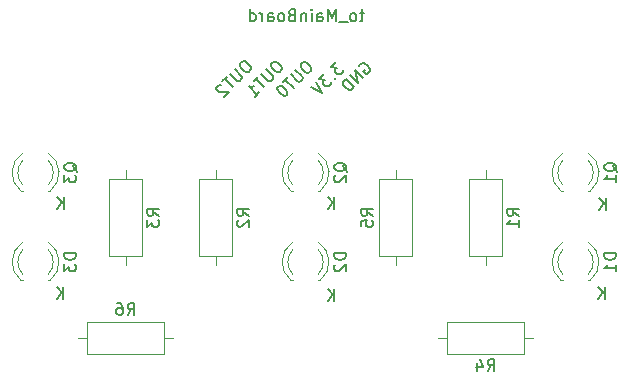
<source format=gbo>
%TF.GenerationSoftware,KiCad,Pcbnew,(6.0.11)*%
%TF.CreationDate,2023-04-21T23:53:04+09:00*%
%TF.ProjectId,line_board,6c696e65-5f62-46f6-9172-642e6b696361,rev?*%
%TF.SameCoordinates,Original*%
%TF.FileFunction,Legend,Bot*%
%TF.FilePolarity,Positive*%
%FSLAX46Y46*%
G04 Gerber Fmt 4.6, Leading zero omitted, Abs format (unit mm)*
G04 Created by KiCad (PCBNEW (6.0.11)) date 2023-04-21 23:53:04*
%MOMM*%
%LPD*%
G01*
G04 APERTURE LIST*
%ADD10C,0.150000*%
%ADD11C,0.120000*%
G04 APERTURE END LIST*
D10*
X198301904Y-104432380D02*
X198301904Y-103432380D01*
X197730476Y-104432380D02*
X198159047Y-103860952D01*
X197730476Y-103432380D02*
X198301904Y-104003809D01*
X198391904Y-96902380D02*
X198391904Y-95902380D01*
X197820476Y-96902380D02*
X198249047Y-96330952D01*
X197820476Y-95902380D02*
X198391904Y-96473809D01*
X175411904Y-96822380D02*
X175411904Y-95822380D01*
X174840476Y-96822380D02*
X175269047Y-96250952D01*
X174840476Y-95822380D02*
X175411904Y-96393809D01*
X175401904Y-104562380D02*
X175401904Y-103562380D01*
X174830476Y-104562380D02*
X175259047Y-103990952D01*
X174830476Y-103562380D02*
X175401904Y-104133809D01*
X152451904Y-104422380D02*
X152451904Y-103422380D01*
X151880476Y-104422380D02*
X152309047Y-103850952D01*
X151880476Y-103422380D02*
X152451904Y-103993809D01*
X152501904Y-96792380D02*
X152501904Y-95792380D01*
X151930476Y-96792380D02*
X152359047Y-96220952D01*
X151930476Y-95792380D02*
X152501904Y-96363809D01*
X167566599Y-84348950D02*
X167431912Y-84483637D01*
X167398240Y-84584652D01*
X167398240Y-84719339D01*
X167499255Y-84887698D01*
X167734957Y-85123400D01*
X167903316Y-85224416D01*
X168038003Y-85224416D01*
X168139018Y-85190744D01*
X168273705Y-85056057D01*
X168307377Y-84955042D01*
X168307377Y-84820355D01*
X168206362Y-84651996D01*
X167970660Y-84416294D01*
X167802301Y-84315278D01*
X167667614Y-84315278D01*
X167566599Y-84348950D01*
X166960507Y-84955042D02*
X167532927Y-85527461D01*
X167566599Y-85628477D01*
X167566599Y-85695820D01*
X167532927Y-85796835D01*
X167398240Y-85931522D01*
X167297225Y-85965194D01*
X167229881Y-85965194D01*
X167128866Y-85931522D01*
X166556446Y-85359103D01*
X166320744Y-85594805D02*
X165916683Y-85998866D01*
X166825820Y-86503942D02*
X166118713Y-85796835D01*
X165781996Y-86268240D02*
X165714652Y-86268240D01*
X165613637Y-86301912D01*
X165445278Y-86470270D01*
X165411607Y-86571286D01*
X165411607Y-86638629D01*
X165445278Y-86739644D01*
X165512622Y-86806988D01*
X165647309Y-86874331D01*
X166455431Y-86874331D01*
X166017698Y-87312064D01*
X170206599Y-84358950D02*
X170071912Y-84493637D01*
X170038240Y-84594652D01*
X170038240Y-84729339D01*
X170139255Y-84897698D01*
X170374957Y-85133400D01*
X170543316Y-85234416D01*
X170678003Y-85234416D01*
X170779018Y-85200744D01*
X170913705Y-85066057D01*
X170947377Y-84965042D01*
X170947377Y-84830355D01*
X170846362Y-84661996D01*
X170610660Y-84426294D01*
X170442301Y-84325278D01*
X170307614Y-84325278D01*
X170206599Y-84358950D01*
X169600507Y-84965042D02*
X170172927Y-85537461D01*
X170206599Y-85638477D01*
X170206599Y-85705820D01*
X170172927Y-85806835D01*
X170038240Y-85941522D01*
X169937225Y-85975194D01*
X169869881Y-85975194D01*
X169768866Y-85941522D01*
X169196446Y-85369103D01*
X168960744Y-85604805D02*
X168556683Y-86008866D01*
X169465820Y-86513942D02*
X168758713Y-85806835D01*
X168657698Y-87322064D02*
X169061759Y-86918003D01*
X168859729Y-87120034D02*
X168152622Y-86412927D01*
X168320981Y-86446599D01*
X168455668Y-86446599D01*
X168556683Y-86412927D01*
X172706599Y-84398950D02*
X172571912Y-84533637D01*
X172538240Y-84634652D01*
X172538240Y-84769339D01*
X172639255Y-84937698D01*
X172874957Y-85173400D01*
X173043316Y-85274416D01*
X173178003Y-85274416D01*
X173279018Y-85240744D01*
X173413705Y-85106057D01*
X173447377Y-85005042D01*
X173447377Y-84870355D01*
X173346362Y-84701996D01*
X173110660Y-84466294D01*
X172942301Y-84365278D01*
X172807614Y-84365278D01*
X172706599Y-84398950D01*
X172100507Y-85005042D02*
X172672927Y-85577461D01*
X172706599Y-85678477D01*
X172706599Y-85745820D01*
X172672927Y-85846835D01*
X172538240Y-85981522D01*
X172437225Y-86015194D01*
X172369881Y-86015194D01*
X172268866Y-85981522D01*
X171696446Y-85409103D01*
X171460744Y-85644805D02*
X171056683Y-86048866D01*
X171965820Y-86553942D02*
X171258713Y-85846835D01*
X170686294Y-86419255D02*
X170618950Y-86486599D01*
X170585278Y-86587614D01*
X170585278Y-86654957D01*
X170618950Y-86755973D01*
X170719965Y-86924331D01*
X170888324Y-87092690D01*
X171056683Y-87193705D01*
X171157698Y-87227377D01*
X171225042Y-87227377D01*
X171326057Y-87193705D01*
X171393400Y-87126362D01*
X171427072Y-87025347D01*
X171427072Y-86958003D01*
X171393400Y-86856988D01*
X171292385Y-86688629D01*
X171124026Y-86520270D01*
X170955668Y-86419255D01*
X170854652Y-86385583D01*
X170787309Y-86385583D01*
X170686294Y-86419255D01*
X175516599Y-84368950D02*
X175078866Y-84806683D01*
X175583942Y-84840355D01*
X175482927Y-84941370D01*
X175449255Y-85042385D01*
X175449255Y-85109729D01*
X175482927Y-85210744D01*
X175651286Y-85379103D01*
X175752301Y-85412774D01*
X175819644Y-85412774D01*
X175920660Y-85379103D01*
X176122690Y-85177072D01*
X176156362Y-85076057D01*
X176156362Y-85008713D01*
X175415583Y-85749492D02*
X175415583Y-85816835D01*
X175482927Y-85816835D01*
X175482927Y-85749492D01*
X175415583Y-85749492D01*
X175482927Y-85816835D01*
X174506446Y-85379103D02*
X174068713Y-85816835D01*
X174573790Y-85850507D01*
X174472774Y-85951522D01*
X174439103Y-86052538D01*
X174439103Y-86119881D01*
X174472774Y-86220896D01*
X174641133Y-86389255D01*
X174742148Y-86422927D01*
X174809492Y-86422927D01*
X174910507Y-86389255D01*
X175112538Y-86187225D01*
X175146209Y-86086209D01*
X175146209Y-86018866D01*
X173866683Y-86018866D02*
X174338087Y-86961675D01*
X173395278Y-86490270D01*
X177485194Y-84727698D02*
X177518866Y-84626683D01*
X177619881Y-84525668D01*
X177754568Y-84458324D01*
X177889255Y-84458324D01*
X177990270Y-84491996D01*
X178158629Y-84593011D01*
X178259644Y-84694026D01*
X178360660Y-84862385D01*
X178394331Y-84963400D01*
X178394331Y-85098087D01*
X178326988Y-85232774D01*
X178259644Y-85300118D01*
X178124957Y-85367461D01*
X178057614Y-85367461D01*
X177821912Y-85131759D01*
X177956599Y-84997072D01*
X177821912Y-85737851D02*
X177114805Y-85030744D01*
X177417851Y-86141912D01*
X176710744Y-85434805D01*
X177081133Y-86478629D02*
X176374026Y-85771522D01*
X176205668Y-85939881D01*
X176138324Y-86074568D01*
X176138324Y-86209255D01*
X176171996Y-86310270D01*
X176273011Y-86478629D01*
X176374026Y-86579644D01*
X176542385Y-86680660D01*
X176643400Y-86714331D01*
X176778087Y-86714331D01*
X176912774Y-86646988D01*
X177081133Y-86478629D01*
X177914761Y-80235714D02*
X177533809Y-80235714D01*
X177771904Y-79902380D02*
X177771904Y-80759523D01*
X177724285Y-80854761D01*
X177629047Y-80902380D01*
X177533809Y-80902380D01*
X177057619Y-80902380D02*
X177152857Y-80854761D01*
X177200476Y-80807142D01*
X177248095Y-80711904D01*
X177248095Y-80426190D01*
X177200476Y-80330952D01*
X177152857Y-80283333D01*
X177057619Y-80235714D01*
X176914761Y-80235714D01*
X176819523Y-80283333D01*
X176771904Y-80330952D01*
X176724285Y-80426190D01*
X176724285Y-80711904D01*
X176771904Y-80807142D01*
X176819523Y-80854761D01*
X176914761Y-80902380D01*
X177057619Y-80902380D01*
X176533809Y-80997619D02*
X175771904Y-80997619D01*
X175533809Y-80902380D02*
X175533809Y-79902380D01*
X175200476Y-80616666D01*
X174867142Y-79902380D01*
X174867142Y-80902380D01*
X173962380Y-80902380D02*
X173962380Y-80378571D01*
X174010000Y-80283333D01*
X174105238Y-80235714D01*
X174295714Y-80235714D01*
X174390952Y-80283333D01*
X173962380Y-80854761D02*
X174057619Y-80902380D01*
X174295714Y-80902380D01*
X174390952Y-80854761D01*
X174438571Y-80759523D01*
X174438571Y-80664285D01*
X174390952Y-80569047D01*
X174295714Y-80521428D01*
X174057619Y-80521428D01*
X173962380Y-80473809D01*
X173486190Y-80902380D02*
X173486190Y-80235714D01*
X173486190Y-79902380D02*
X173533809Y-79950000D01*
X173486190Y-79997619D01*
X173438571Y-79950000D01*
X173486190Y-79902380D01*
X173486190Y-79997619D01*
X173010000Y-80235714D02*
X173010000Y-80902380D01*
X173010000Y-80330952D02*
X172962380Y-80283333D01*
X172867142Y-80235714D01*
X172724285Y-80235714D01*
X172629047Y-80283333D01*
X172581428Y-80378571D01*
X172581428Y-80902380D01*
X171771904Y-80378571D02*
X171629047Y-80426190D01*
X171581428Y-80473809D01*
X171533809Y-80569047D01*
X171533809Y-80711904D01*
X171581428Y-80807142D01*
X171629047Y-80854761D01*
X171724285Y-80902380D01*
X172105238Y-80902380D01*
X172105238Y-79902380D01*
X171771904Y-79902380D01*
X171676666Y-79950000D01*
X171629047Y-79997619D01*
X171581428Y-80092857D01*
X171581428Y-80188095D01*
X171629047Y-80283333D01*
X171676666Y-80330952D01*
X171771904Y-80378571D01*
X172105238Y-80378571D01*
X170962380Y-80902380D02*
X171057619Y-80854761D01*
X171105238Y-80807142D01*
X171152857Y-80711904D01*
X171152857Y-80426190D01*
X171105238Y-80330952D01*
X171057619Y-80283333D01*
X170962380Y-80235714D01*
X170819523Y-80235714D01*
X170724285Y-80283333D01*
X170676666Y-80330952D01*
X170629047Y-80426190D01*
X170629047Y-80711904D01*
X170676666Y-80807142D01*
X170724285Y-80854761D01*
X170819523Y-80902380D01*
X170962380Y-80902380D01*
X169771904Y-80902380D02*
X169771904Y-80378571D01*
X169819523Y-80283333D01*
X169914761Y-80235714D01*
X170105238Y-80235714D01*
X170200476Y-80283333D01*
X169771904Y-80854761D02*
X169867142Y-80902380D01*
X170105238Y-80902380D01*
X170200476Y-80854761D01*
X170248095Y-80759523D01*
X170248095Y-80664285D01*
X170200476Y-80569047D01*
X170105238Y-80521428D01*
X169867142Y-80521428D01*
X169771904Y-80473809D01*
X169295714Y-80902380D02*
X169295714Y-80235714D01*
X169295714Y-80426190D02*
X169248095Y-80330952D01*
X169200476Y-80283333D01*
X169105238Y-80235714D01*
X169010000Y-80235714D01*
X168248095Y-80902380D02*
X168248095Y-79902380D01*
X168248095Y-80854761D02*
X168343333Y-80902380D01*
X168533809Y-80902380D01*
X168629047Y-80854761D01*
X168676666Y-80807142D01*
X168724285Y-80711904D01*
X168724285Y-80426190D01*
X168676666Y-80330952D01*
X168629047Y-80283333D01*
X168533809Y-80235714D01*
X168343333Y-80235714D01*
X168248095Y-80283333D01*
%TO.C,D3*%
X153512380Y-100551904D02*
X152512380Y-100551904D01*
X152512380Y-100790000D01*
X152560000Y-100932857D01*
X152655238Y-101028095D01*
X152750476Y-101075714D01*
X152940952Y-101123333D01*
X153083809Y-101123333D01*
X153274285Y-101075714D01*
X153369523Y-101028095D01*
X153464761Y-100932857D01*
X153512380Y-100790000D01*
X153512380Y-100551904D01*
X152512380Y-101456666D02*
X152512380Y-102075714D01*
X152893333Y-101742380D01*
X152893333Y-101885238D01*
X152940952Y-101980476D01*
X152988571Y-102028095D01*
X153083809Y-102075714D01*
X153321904Y-102075714D01*
X153417142Y-102028095D01*
X153464761Y-101980476D01*
X153512380Y-101885238D01*
X153512380Y-101599523D01*
X153464761Y-101504285D01*
X153417142Y-101456666D01*
%TO.C,R3*%
X160542380Y-97373333D02*
X160066190Y-97040000D01*
X160542380Y-96801904D02*
X159542380Y-96801904D01*
X159542380Y-97182857D01*
X159590000Y-97278095D01*
X159637619Y-97325714D01*
X159732857Y-97373333D01*
X159875714Y-97373333D01*
X159970952Y-97325714D01*
X160018571Y-97278095D01*
X160066190Y-97182857D01*
X160066190Y-96801904D01*
X159542380Y-97706666D02*
X159542380Y-98325714D01*
X159923333Y-97992380D01*
X159923333Y-98135238D01*
X159970952Y-98230476D01*
X160018571Y-98278095D01*
X160113809Y-98325714D01*
X160351904Y-98325714D01*
X160447142Y-98278095D01*
X160494761Y-98230476D01*
X160542380Y-98135238D01*
X160542380Y-97849523D01*
X160494761Y-97754285D01*
X160447142Y-97706666D01*
%TO.C,D1*%
X199232380Y-100551904D02*
X198232380Y-100551904D01*
X198232380Y-100790000D01*
X198280000Y-100932857D01*
X198375238Y-101028095D01*
X198470476Y-101075714D01*
X198660952Y-101123333D01*
X198803809Y-101123333D01*
X198994285Y-101075714D01*
X199089523Y-101028095D01*
X199184761Y-100932857D01*
X199232380Y-100790000D01*
X199232380Y-100551904D01*
X199232380Y-102075714D02*
X199232380Y-101504285D01*
X199232380Y-101790000D02*
X198232380Y-101790000D01*
X198375238Y-101694761D01*
X198470476Y-101599523D01*
X198518095Y-101504285D01*
%TO.C,Q3*%
X153607619Y-93634761D02*
X153560000Y-93539523D01*
X153464761Y-93444285D01*
X153321904Y-93301428D01*
X153274285Y-93206190D01*
X153274285Y-93110952D01*
X153512380Y-93158571D02*
X153464761Y-93063333D01*
X153369523Y-92968095D01*
X153179047Y-92920476D01*
X152845714Y-92920476D01*
X152655238Y-92968095D01*
X152560000Y-93063333D01*
X152512380Y-93158571D01*
X152512380Y-93349047D01*
X152560000Y-93444285D01*
X152655238Y-93539523D01*
X152845714Y-93587142D01*
X153179047Y-93587142D01*
X153369523Y-93539523D01*
X153464761Y-93444285D01*
X153512380Y-93349047D01*
X153512380Y-93158571D01*
X152512380Y-93920476D02*
X152512380Y-94539523D01*
X152893333Y-94206190D01*
X152893333Y-94349047D01*
X152940952Y-94444285D01*
X152988571Y-94491904D01*
X153083809Y-94539523D01*
X153321904Y-94539523D01*
X153417142Y-94491904D01*
X153464761Y-94444285D01*
X153512380Y-94349047D01*
X153512380Y-94063333D01*
X153464761Y-93968095D01*
X153417142Y-93920476D01*
%TO.C,R6*%
X157886666Y-105782380D02*
X158220000Y-105306190D01*
X158458095Y-105782380D02*
X158458095Y-104782380D01*
X158077142Y-104782380D01*
X157981904Y-104830000D01*
X157934285Y-104877619D01*
X157886666Y-104972857D01*
X157886666Y-105115714D01*
X157934285Y-105210952D01*
X157981904Y-105258571D01*
X158077142Y-105306190D01*
X158458095Y-105306190D01*
X157029523Y-104782380D02*
X157220000Y-104782380D01*
X157315238Y-104830000D01*
X157362857Y-104877619D01*
X157458095Y-105020476D01*
X157505714Y-105210952D01*
X157505714Y-105591904D01*
X157458095Y-105687142D01*
X157410476Y-105734761D01*
X157315238Y-105782380D01*
X157124761Y-105782380D01*
X157029523Y-105734761D01*
X156981904Y-105687142D01*
X156934285Y-105591904D01*
X156934285Y-105353809D01*
X156981904Y-105258571D01*
X157029523Y-105210952D01*
X157124761Y-105163333D01*
X157315238Y-105163333D01*
X157410476Y-105210952D01*
X157458095Y-105258571D01*
X157505714Y-105353809D01*
%TO.C,R4*%
X188366666Y-110522380D02*
X188700000Y-110046190D01*
X188938095Y-110522380D02*
X188938095Y-109522380D01*
X188557142Y-109522380D01*
X188461904Y-109570000D01*
X188414285Y-109617619D01*
X188366666Y-109712857D01*
X188366666Y-109855714D01*
X188414285Y-109950952D01*
X188461904Y-109998571D01*
X188557142Y-110046190D01*
X188938095Y-110046190D01*
X187509523Y-109855714D02*
X187509523Y-110522380D01*
X187747619Y-109474761D02*
X187985714Y-110189047D01*
X187366666Y-110189047D01*
%TO.C,D2*%
X176372380Y-100551904D02*
X175372380Y-100551904D01*
X175372380Y-100790000D01*
X175420000Y-100932857D01*
X175515238Y-101028095D01*
X175610476Y-101075714D01*
X175800952Y-101123333D01*
X175943809Y-101123333D01*
X176134285Y-101075714D01*
X176229523Y-101028095D01*
X176324761Y-100932857D01*
X176372380Y-100790000D01*
X176372380Y-100551904D01*
X175467619Y-101504285D02*
X175420000Y-101551904D01*
X175372380Y-101647142D01*
X175372380Y-101885238D01*
X175420000Y-101980476D01*
X175467619Y-102028095D01*
X175562857Y-102075714D01*
X175658095Y-102075714D01*
X175800952Y-102028095D01*
X176372380Y-101456666D01*
X176372380Y-102075714D01*
%TO.C,R1*%
X191022380Y-97373333D02*
X190546190Y-97040000D01*
X191022380Y-96801904D02*
X190022380Y-96801904D01*
X190022380Y-97182857D01*
X190070000Y-97278095D01*
X190117619Y-97325714D01*
X190212857Y-97373333D01*
X190355714Y-97373333D01*
X190450952Y-97325714D01*
X190498571Y-97278095D01*
X190546190Y-97182857D01*
X190546190Y-96801904D01*
X191022380Y-98325714D02*
X191022380Y-97754285D01*
X191022380Y-98040000D02*
X190022380Y-98040000D01*
X190165238Y-97944761D01*
X190260476Y-97849523D01*
X190308095Y-97754285D01*
%TO.C,R2*%
X168162380Y-97373333D02*
X167686190Y-97040000D01*
X168162380Y-96801904D02*
X167162380Y-96801904D01*
X167162380Y-97182857D01*
X167210000Y-97278095D01*
X167257619Y-97325714D01*
X167352857Y-97373333D01*
X167495714Y-97373333D01*
X167590952Y-97325714D01*
X167638571Y-97278095D01*
X167686190Y-97182857D01*
X167686190Y-96801904D01*
X167257619Y-97754285D02*
X167210000Y-97801904D01*
X167162380Y-97897142D01*
X167162380Y-98135238D01*
X167210000Y-98230476D01*
X167257619Y-98278095D01*
X167352857Y-98325714D01*
X167448095Y-98325714D01*
X167590952Y-98278095D01*
X168162380Y-97706666D01*
X168162380Y-98325714D01*
%TO.C,Q1*%
X199327619Y-93634761D02*
X199280000Y-93539523D01*
X199184761Y-93444285D01*
X199041904Y-93301428D01*
X198994285Y-93206190D01*
X198994285Y-93110952D01*
X199232380Y-93158571D02*
X199184761Y-93063333D01*
X199089523Y-92968095D01*
X198899047Y-92920476D01*
X198565714Y-92920476D01*
X198375238Y-92968095D01*
X198280000Y-93063333D01*
X198232380Y-93158571D01*
X198232380Y-93349047D01*
X198280000Y-93444285D01*
X198375238Y-93539523D01*
X198565714Y-93587142D01*
X198899047Y-93587142D01*
X199089523Y-93539523D01*
X199184761Y-93444285D01*
X199232380Y-93349047D01*
X199232380Y-93158571D01*
X199232380Y-94539523D02*
X199232380Y-93968095D01*
X199232380Y-94253809D02*
X198232380Y-94253809D01*
X198375238Y-94158571D01*
X198470476Y-94063333D01*
X198518095Y-93968095D01*
%TO.C,R5*%
X178662380Y-97373333D02*
X178186190Y-97040000D01*
X178662380Y-96801904D02*
X177662380Y-96801904D01*
X177662380Y-97182857D01*
X177710000Y-97278095D01*
X177757619Y-97325714D01*
X177852857Y-97373333D01*
X177995714Y-97373333D01*
X178090952Y-97325714D01*
X178138571Y-97278095D01*
X178186190Y-97182857D01*
X178186190Y-96801904D01*
X177662380Y-98278095D02*
X177662380Y-97801904D01*
X178138571Y-97754285D01*
X178090952Y-97801904D01*
X178043333Y-97897142D01*
X178043333Y-98135238D01*
X178090952Y-98230476D01*
X178138571Y-98278095D01*
X178233809Y-98325714D01*
X178471904Y-98325714D01*
X178567142Y-98278095D01*
X178614761Y-98230476D01*
X178662380Y-98135238D01*
X178662380Y-97897142D01*
X178614761Y-97801904D01*
X178567142Y-97754285D01*
%TO.C,Q2*%
X176467619Y-93634761D02*
X176420000Y-93539523D01*
X176324761Y-93444285D01*
X176181904Y-93301428D01*
X176134285Y-93206190D01*
X176134285Y-93110952D01*
X176372380Y-93158571D02*
X176324761Y-93063333D01*
X176229523Y-92968095D01*
X176039047Y-92920476D01*
X175705714Y-92920476D01*
X175515238Y-92968095D01*
X175420000Y-93063333D01*
X175372380Y-93158571D01*
X175372380Y-93349047D01*
X175420000Y-93444285D01*
X175515238Y-93539523D01*
X175705714Y-93587142D01*
X176039047Y-93587142D01*
X176229523Y-93539523D01*
X176324761Y-93444285D01*
X176372380Y-93349047D01*
X176372380Y-93158571D01*
X175467619Y-93968095D02*
X175420000Y-94015714D01*
X175372380Y-94110952D01*
X175372380Y-94349047D01*
X175420000Y-94444285D01*
X175467619Y-94491904D01*
X175562857Y-94539523D01*
X175658095Y-94539523D01*
X175800952Y-94491904D01*
X176372380Y-93920476D01*
X176372380Y-94539523D01*
D11*
%TO.C,D3*%
X149020000Y-102850000D02*
X148864000Y-102850000D01*
X151336000Y-102850000D02*
X151180000Y-102850000D01*
X149021392Y-99617665D02*
G75*
G03*
X148864484Y-102850000I1078608J-1672335D01*
G01*
X151335516Y-102850000D02*
G75*
G03*
X151178608Y-99617665I-1235516J1560000D01*
G01*
X151180000Y-102330961D02*
G75*
G03*
X151179837Y-100248870I-1080000J1040961D01*
G01*
X149020163Y-100248870D02*
G75*
G03*
X149020000Y-102330961I1079837J-1041130D01*
G01*
%TO.C,R3*%
X159090000Y-94270000D02*
X159090000Y-100810000D01*
X157720000Y-101580000D02*
X157720000Y-100810000D01*
X156350000Y-94270000D02*
X159090000Y-94270000D01*
X159090000Y-100810000D02*
X156350000Y-100810000D01*
X156350000Y-100810000D02*
X156350000Y-94270000D01*
X157720000Y-93500000D02*
X157720000Y-94270000D01*
%TO.C,D1*%
X194740000Y-102850000D02*
X194584000Y-102850000D01*
X197056000Y-102850000D02*
X196900000Y-102850000D01*
X194741392Y-99617665D02*
G75*
G03*
X194584484Y-102850000I1078608J-1672335D01*
G01*
X197055516Y-102850000D02*
G75*
G03*
X196898608Y-99617665I-1235516J1560000D01*
G01*
X194740163Y-100248870D02*
G75*
G03*
X194740000Y-102330961I1079837J-1041130D01*
G01*
X196900000Y-102330961D02*
G75*
G03*
X196899837Y-100248870I-1080000J1040961D01*
G01*
%TO.C,Q3*%
X151335516Y-95290000D02*
G75*
G03*
X151178608Y-92057665I-1235516J1560000D01*
G01*
X149021392Y-92057665D02*
G75*
G03*
X148864484Y-95290000I1078608J-1672335D01*
G01*
X149020163Y-92688870D02*
G75*
G03*
X149020000Y-94770961I1079837J-1041130D01*
G01*
X151180000Y-94770961D02*
G75*
G03*
X151179837Y-92688870I-1080000J1040961D01*
G01*
X151336000Y-95290000D02*
X151180000Y-95290000D01*
X149020000Y-95290000D02*
X148864000Y-95290000D01*
%TO.C,R6*%
X154450000Y-109070000D02*
X154450000Y-106330000D01*
X154450000Y-106330000D02*
X160990000Y-106330000D01*
X161760000Y-107700000D02*
X160990000Y-107700000D01*
X153680000Y-107700000D02*
X154450000Y-107700000D01*
X160990000Y-109070000D02*
X154450000Y-109070000D01*
X160990000Y-106330000D02*
X160990000Y-109070000D01*
%TO.C,R4*%
X184930000Y-109070000D02*
X184930000Y-106330000D01*
X184160000Y-107700000D02*
X184930000Y-107700000D01*
X191470000Y-106330000D02*
X191470000Y-109070000D01*
X192240000Y-107700000D02*
X191470000Y-107700000D01*
X191470000Y-109070000D02*
X184930000Y-109070000D01*
X184930000Y-106330000D02*
X191470000Y-106330000D01*
%TO.C,D2*%
X171880000Y-102850000D02*
X171724000Y-102850000D01*
X174196000Y-102850000D02*
X174040000Y-102850000D01*
X171880163Y-100248870D02*
G75*
G03*
X171880000Y-102330961I1079837J-1041130D01*
G01*
X174040000Y-102330961D02*
G75*
G03*
X174039837Y-100248870I-1080000J1040961D01*
G01*
X174195516Y-102850000D02*
G75*
G03*
X174038608Y-99617665I-1235516J1560000D01*
G01*
X171881392Y-99617665D02*
G75*
G03*
X171724484Y-102850000I1078608J-1672335D01*
G01*
%TO.C,R1*%
X189570000Y-100810000D02*
X186830000Y-100810000D01*
X186830000Y-94270000D02*
X189570000Y-94270000D01*
X188200000Y-101580000D02*
X188200000Y-100810000D01*
X188200000Y-93500000D02*
X188200000Y-94270000D01*
X189570000Y-94270000D02*
X189570000Y-100810000D01*
X186830000Y-100810000D02*
X186830000Y-94270000D01*
%TO.C,R2*%
X163970000Y-94270000D02*
X166710000Y-94270000D01*
X166710000Y-100810000D02*
X163970000Y-100810000D01*
X166710000Y-94270000D02*
X166710000Y-100810000D01*
X165340000Y-93500000D02*
X165340000Y-94270000D01*
X163970000Y-100810000D02*
X163970000Y-94270000D01*
X165340000Y-101580000D02*
X165340000Y-100810000D01*
%TO.C,Q1*%
X197056000Y-95290000D02*
X196900000Y-95290000D01*
X194740000Y-95290000D02*
X194584000Y-95290000D01*
X197055516Y-95290000D02*
G75*
G03*
X196898608Y-92057665I-1235516J1560000D01*
G01*
X194741392Y-92057665D02*
G75*
G03*
X194584484Y-95290000I1078608J-1672335D01*
G01*
X196900000Y-94770961D02*
G75*
G03*
X196899837Y-92688870I-1080000J1040961D01*
G01*
X194740163Y-92688870D02*
G75*
G03*
X194740000Y-94770961I1079837J-1041130D01*
G01*
%TO.C,R5*%
X179210000Y-100810000D02*
X179210000Y-94270000D01*
X181950000Y-94270000D02*
X181950000Y-100810000D01*
X180580000Y-101580000D02*
X180580000Y-100810000D01*
X180580000Y-93500000D02*
X180580000Y-94270000D01*
X179210000Y-94270000D02*
X181950000Y-94270000D01*
X181950000Y-100810000D02*
X179210000Y-100810000D01*
%TO.C,Q2*%
X171881392Y-92057665D02*
G75*
G03*
X171724484Y-95290000I1078608J-1672335D01*
G01*
X174040000Y-94770961D02*
G75*
G03*
X174039837Y-92688870I-1080000J1040961D01*
G01*
X174195516Y-95290000D02*
G75*
G03*
X174038608Y-92057665I-1235516J1560000D01*
G01*
X171880163Y-92688870D02*
G75*
G03*
X171880000Y-94770961I1079837J-1041130D01*
G01*
X171880000Y-95290000D02*
X171724000Y-95290000D01*
X174196000Y-95290000D02*
X174040000Y-95290000D01*
%TD*%
M02*

</source>
